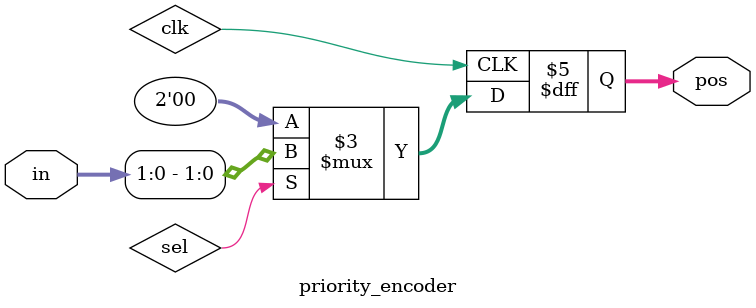
<source format=v>
module priority_encoder( 
input [2:0] in,
output reg [1:0] pos ); 
// When sel=1, assign b to out
// When sel=0, assign a to out
always @(posedge clk) begin 
  if (sel) pos <= in;
  else pos <= 0;
end
endmodule

</source>
